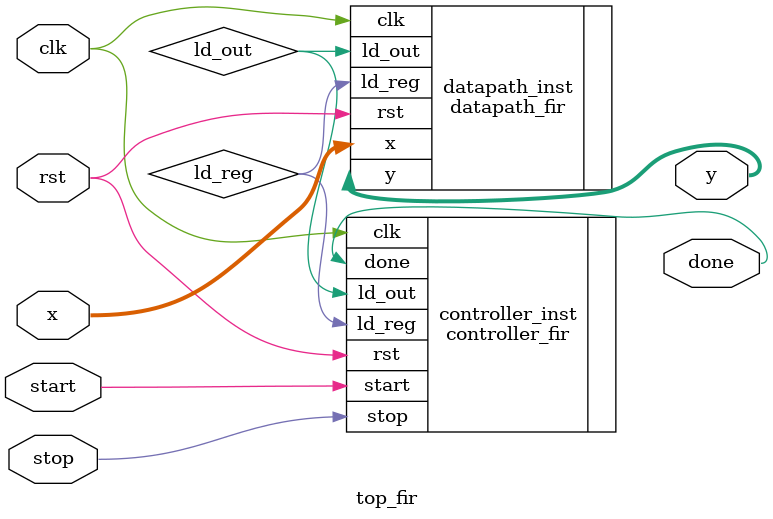
<source format=v>
module top_fir #(parameter DATAWIDTH = 16)(
    input clk,
    input rst,
    input start,
    input stop,
    input signed [DATAWIDTH-1:0] x,
    output signed [DATAWIDTH*2-1:0] y,
    output done
);

    wire ld_reg;
    wire ld_out;
    // Instantiate the controller module
    controller_fir #(DATAWIDTH) controller_inst (
        .clk(clk),
        .rst(rst),
        .start(start),
        .stop(stop),
        .ld_reg(ld_reg),
        .ld_out(ld_out),
        .done(done)
    );
    
    // Instantiate the datapath_fir module
    datapath_fir #(DATAWIDTH) datapath_inst (
        .clk(clk),
        .rst(rst),
        .x(x),
        .ld_reg(ld_reg),
        .ld_out(ld_out),
        .y(y)
    );
    
endmodule

</source>
